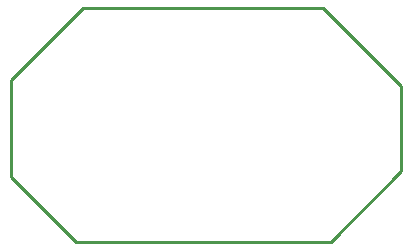
<source format=gko>
G04 Layer_Color=16711935*
%FSAX24Y24*%
%MOIN*%
G70*
G01*
G75*
%ADD14C,0.0100*%
D14*
X035500Y029400D02*
X037650Y027250D01*
X046150D01*
X048500Y029600D01*
Y032450D01*
X045900Y035050D02*
X048500Y032450D01*
X037900Y035050D02*
X045900D01*
X035500Y032650D02*
X037900Y035050D01*
X035500Y029400D02*
Y032650D01*
M02*

</source>
